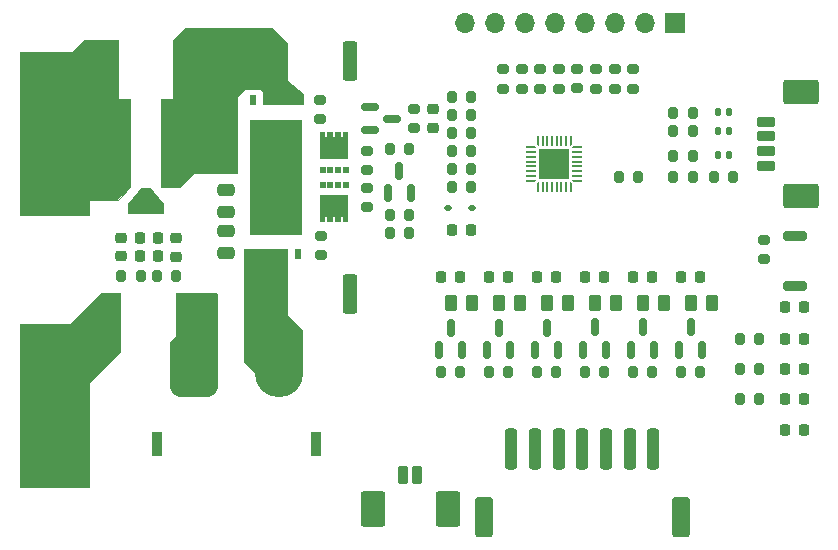
<source format=gbr>
%TF.GenerationSoftware,KiCad,Pcbnew,7.0.5*%
%TF.CreationDate,2023-06-27T23:48:29+08:00*%
%TF.ProjectId,BQ40Z80,42513430-5a38-4302-9e6b-696361645f70,rev?*%
%TF.SameCoordinates,Original*%
%TF.FileFunction,Soldermask,Top*%
%TF.FilePolarity,Negative*%
%FSLAX46Y46*%
G04 Gerber Fmt 4.6, Leading zero omitted, Abs format (unit mm)*
G04 Created by KiCad (PCBNEW 7.0.5) date 2023-06-27 23:48:29*
%MOMM*%
%LPD*%
G01*
G04 APERTURE LIST*
G04 Aperture macros list*
%AMRoundRect*
0 Rectangle with rounded corners*
0 $1 Rounding radius*
0 $2 $3 $4 $5 $6 $7 $8 $9 X,Y pos of 4 corners*
0 Add a 4 corners polygon primitive as box body*
4,1,4,$2,$3,$4,$5,$6,$7,$8,$9,$2,$3,0*
0 Add four circle primitives for the rounded corners*
1,1,$1+$1,$2,$3*
1,1,$1+$1,$4,$5*
1,1,$1+$1,$6,$7*
1,1,$1+$1,$8,$9*
0 Add four rect primitives between the rounded corners*
20,1,$1+$1,$2,$3,$4,$5,0*
20,1,$1+$1,$4,$5,$6,$7,0*
20,1,$1+$1,$6,$7,$8,$9,0*
20,1,$1+$1,$8,$9,$2,$3,0*%
%AMFreePoly0*
4,1,17,2.675000,1.605000,1.875000,1.605000,1.875000,0.935000,2.675000,0.935000,2.675000,0.335000,1.875000,0.335000,1.875000,-0.335000,2.675000,-0.335000,2.675000,-0.935000,1.875000,-0.935000,1.875000,-1.605000,2.675000,-1.605000,2.675000,-2.205000,-1.875000,-2.205000,-1.875000,2.205000,2.675000,2.205000,2.675000,1.605000,2.675000,1.605000,$1*%
%AMFreePoly1*
4,1,14,0.314644,0.085355,0.385355,0.014644,0.400000,-0.020711,0.400000,-0.050000,0.385355,-0.085355,0.350000,-0.100000,-0.350000,-0.100000,-0.385355,-0.085355,-0.400000,-0.050000,-0.400000,0.050000,-0.385355,0.085355,-0.350000,0.100000,0.279289,0.100000,0.314644,0.085355,0.314644,0.085355,$1*%
%AMFreePoly2*
4,1,14,0.385355,0.085355,0.400000,0.050000,0.400000,0.020711,0.385355,-0.014645,0.314644,-0.085355,0.279289,-0.100000,-0.350000,-0.100000,-0.385355,-0.085355,-0.400000,-0.050000,-0.400000,0.050000,-0.385355,0.085355,-0.350000,0.100000,0.350000,0.100000,0.385355,0.085355,0.385355,0.085355,$1*%
%AMFreePoly3*
4,1,14,0.085355,0.385355,0.100000,0.350000,0.100000,-0.350000,0.085355,-0.385355,0.050000,-0.400000,-0.050000,-0.400000,-0.085355,-0.385355,-0.100000,-0.350000,-0.100000,0.279289,-0.085355,0.314644,-0.014645,0.385355,0.020711,0.400000,0.050000,0.400000,0.085355,0.385355,0.085355,0.385355,$1*%
%AMFreePoly4*
4,1,14,0.014644,0.385355,0.085355,0.314644,0.100000,0.279289,0.100000,-0.350000,0.085355,-0.385355,0.050000,-0.400000,-0.050000,-0.400000,-0.085355,-0.385355,-0.100000,-0.350000,-0.100000,0.350000,-0.085355,0.385355,-0.050000,0.400000,-0.020711,0.400000,0.014644,0.385355,0.014644,0.385355,$1*%
%AMFreePoly5*
4,1,14,0.385355,0.085355,0.400000,0.050000,0.400000,-0.050000,0.385355,-0.085355,0.350000,-0.100000,-0.279289,-0.100000,-0.314645,-0.085355,-0.385355,-0.014644,-0.400000,0.020711,-0.400000,0.050000,-0.385355,0.085355,-0.350000,0.100000,0.350000,0.100000,0.385355,0.085355,0.385355,0.085355,$1*%
%AMFreePoly6*
4,1,14,0.385355,0.085355,0.400000,0.050000,0.400000,-0.050000,0.385355,-0.085355,0.350000,-0.100000,-0.350000,-0.100000,-0.385355,-0.085355,-0.400000,-0.050000,-0.400000,-0.020711,-0.385355,0.014644,-0.314645,0.085355,-0.279289,0.100000,0.350000,0.100000,0.385355,0.085355,0.385355,0.085355,$1*%
%AMFreePoly7*
4,1,14,0.085355,0.385355,0.100000,0.350000,0.100000,-0.279289,0.085355,-0.314645,0.014644,-0.385355,-0.020711,-0.400000,-0.050000,-0.400000,-0.085355,-0.385355,-0.100000,-0.350000,-0.100000,0.350000,-0.085355,0.385355,-0.050000,0.400000,0.050000,0.400000,0.085355,0.385355,0.085355,0.385355,$1*%
%AMFreePoly8*
4,1,14,0.085355,0.385355,0.100000,0.350000,0.100000,-0.350000,0.085355,-0.385355,0.050000,-0.400000,0.020711,-0.400000,-0.014645,-0.385355,-0.085355,-0.314644,-0.100000,-0.279289,-0.100000,0.350000,-0.085355,0.385355,-0.050000,0.400000,0.050000,0.400000,0.085355,0.385355,0.085355,0.385355,$1*%
%AMFreePoly9*
4,1,17,1.371000,0.720000,0.950000,0.720000,0.950000,0.580000,1.370000,0.580000,1.370000,0.080000,0.950000,0.080000,0.950000,-0.080000,1.370000,-0.080000,1.370000,-0.580000,0.950000,-0.580000,0.950000,-0.720000,1.370000,-0.720000,1.370000,-1.225000,-0.950000,-1.225000,-0.950000,1.225000,1.371000,1.225000,1.371000,0.720000,1.371000,0.720000,$1*%
%AMFreePoly10*
4,1,13,3.742426,0.742426,3.760000,0.700000,3.760000,-0.700000,3.742426,-0.742426,3.700000,-0.760000,-3.700000,-0.760000,-3.742426,-0.742426,-3.760000,-0.700000,-3.760000,0.700000,-3.742426,0.742426,-3.700000,0.760000,3.700000,0.760000,3.742426,0.742426,3.742426,0.742426,$1*%
%AMFreePoly11*
4,1,27,-0.306292,1.552250,-0.286916,1.546364,1.113084,0.396364,1.114550,0.393617,1.117426,0.392426,1.125176,0.373715,1.134713,0.355854,1.133808,0.352876,1.135000,0.350000,1.135000,-0.350000,1.133808,-0.352876,1.134713,-0.355854,1.125176,-0.373715,1.117426,-0.392426,1.114550,-0.393617,1.113084,-0.396364,-0.286916,-1.546364,-0.306292,-1.552250,-0.325000,-1.560000,-1.075000,-1.560000,
-1.117426,-1.542426,-1.135000,-1.500000,-1.135000,1.500000,-1.117426,1.542426,-1.075000,1.560000,-0.325000,1.560000,-0.306292,1.552250,-0.306292,1.552250,$1*%
G04 Aperture macros list end*
%ADD10C,0.000000*%
%ADD11C,0.100000*%
%ADD12RoundRect,0.200000X0.275000X-0.200000X0.275000X0.200000X-0.275000X0.200000X-0.275000X-0.200000X0*%
%ADD13R,6.000000X14.000000*%
%ADD14RoundRect,0.200000X0.200000X0.275000X-0.200000X0.275000X-0.200000X-0.275000X0.200000X-0.275000X0*%
%ADD15RoundRect,0.250000X-0.362500X-1.425000X0.362500X-1.425000X0.362500X1.425000X-0.362500X1.425000X0*%
%ADD16RoundRect,0.200000X-0.275000X0.200000X-0.275000X-0.200000X0.275000X-0.200000X0.275000X0.200000X0*%
%ADD17RoundRect,0.250000X-0.262500X-0.450000X0.262500X-0.450000X0.262500X0.450000X-0.262500X0.450000X0*%
%ADD18RoundRect,0.218750X-0.218750X-0.256250X0.218750X-0.256250X0.218750X0.256250X-0.218750X0.256250X0*%
%ADD19RoundRect,0.225000X-0.225000X-0.250000X0.225000X-0.250000X0.225000X0.250000X-0.225000X0.250000X0*%
%ADD20RoundRect,0.200000X0.600000X-0.200000X0.600000X0.200000X-0.600000X0.200000X-0.600000X-0.200000X0*%
%ADD21RoundRect,0.250001X1.249999X-0.799999X1.249999X0.799999X-1.249999X0.799999X-1.249999X-0.799999X0*%
%ADD22RoundRect,0.200000X-0.200000X-0.275000X0.200000X-0.275000X0.200000X0.275000X-0.200000X0.275000X0*%
%ADD23R,0.900000X2.000000*%
%ADD24RoundRect,1.025000X1.025000X1.025000X-1.025000X1.025000X-1.025000X-1.025000X1.025000X-1.025000X0*%
%ADD25C,4.100000*%
%ADD26RoundRect,0.147500X0.147500X0.172500X-0.147500X0.172500X-0.147500X-0.172500X0.147500X-0.172500X0*%
%ADD27RoundRect,0.225000X0.225000X0.250000X-0.225000X0.250000X-0.225000X-0.250000X0.225000X-0.250000X0*%
%ADD28RoundRect,0.150000X0.150000X-0.587500X0.150000X0.587500X-0.150000X0.587500X-0.150000X-0.587500X0*%
%ADD29FreePoly0,90.000000*%
%ADD30R,0.500000X0.850000*%
%ADD31FreePoly1,90.000000*%
%ADD32RoundRect,0.050000X0.050000X-0.350000X0.050000X0.350000X-0.050000X0.350000X-0.050000X-0.350000X0*%
%ADD33FreePoly2,90.000000*%
%ADD34FreePoly3,90.000000*%
%ADD35RoundRect,0.050000X0.350000X-0.050000X0.350000X0.050000X-0.350000X0.050000X-0.350000X-0.050000X0*%
%ADD36FreePoly4,90.000000*%
%ADD37FreePoly5,90.000000*%
%ADD38FreePoly6,90.000000*%
%ADD39FreePoly7,90.000000*%
%ADD40FreePoly8,90.000000*%
%ADD41R,2.650000X2.650000*%
%ADD42FreePoly0,270.000000*%
%ADD43RoundRect,0.200000X-0.800000X0.200000X-0.800000X-0.200000X0.800000X-0.200000X0.800000X0.200000X0*%
%ADD44R,0.500000X0.630000*%
%ADD45FreePoly9,90.000000*%
%ADD46RoundRect,0.200000X-0.200000X-0.600000X0.200000X-0.600000X0.200000X0.600000X-0.200000X0.600000X0*%
%ADD47RoundRect,0.250001X-0.799999X-1.249999X0.799999X-1.249999X0.799999X1.249999X-0.799999X1.249999X0*%
%ADD48R,1.700000X1.700000*%
%ADD49O,1.700000X1.700000*%
%ADD50FreePoly10,90.000000*%
%ADD51FreePoly11,90.000000*%
%ADD52RoundRect,0.112500X0.187500X0.112500X-0.187500X0.112500X-0.187500X-0.112500X0.187500X-0.112500X0*%
%ADD53RoundRect,0.225000X0.250000X-0.225000X0.250000X0.225000X-0.250000X0.225000X-0.250000X-0.225000X0*%
%ADD54RoundRect,0.250000X-0.475000X0.250000X-0.475000X-0.250000X0.475000X-0.250000X0.475000X0.250000X0*%
%ADD55FreePoly9,270.000000*%
%ADD56RoundRect,0.250000X-0.250000X-1.500000X0.250000X-1.500000X0.250000X1.500000X-0.250000X1.500000X0*%
%ADD57RoundRect,0.250001X-0.499999X-1.449999X0.499999X-1.449999X0.499999X1.449999X-0.499999X1.449999X0*%
%ADD58RoundRect,0.150000X-0.587500X-0.150000X0.587500X-0.150000X0.587500X0.150000X-0.587500X0.150000X0*%
%ADD59RoundRect,0.225000X-0.250000X0.225000X-0.250000X-0.225000X0.250000X-0.225000X0.250000X0.225000X0*%
%ADD60RoundRect,0.250000X0.362500X1.425000X-0.362500X1.425000X-0.362500X-1.425000X0.362500X-1.425000X0*%
G04 APERTURE END LIST*
D10*
G36*
X117297200Y-125069600D02*
G01*
X117297200Y-130683000D01*
X113207800Y-130683000D01*
X113207800Y-129108200D01*
X113741200Y-128574800D01*
X113741200Y-124968000D01*
X117195600Y-124968000D01*
X117297200Y-125069600D01*
G37*
G36*
X123178683Y-103823883D02*
G01*
X123181843Y-107000839D01*
X124510800Y-108067140D01*
X124510800Y-108991400D01*
X121107200Y-108991400D01*
X121107200Y-107899200D01*
X120929400Y-107721400D01*
X119583200Y-107721400D01*
X118948200Y-108356400D01*
X118948200Y-114884200D01*
X115265200Y-114884200D01*
X114122200Y-116027200D01*
X112420400Y-116027200D01*
X112420400Y-108483400D01*
X113487200Y-108483400D01*
X113487200Y-103530400D01*
X114477800Y-102539800D01*
X121894600Y-102539800D01*
X123178683Y-103823883D01*
G37*
G36*
X123164600Y-126771400D02*
G01*
X124485400Y-128092200D01*
X124485400Y-131699000D01*
X120396000Y-131699000D01*
X119456200Y-130759200D01*
X119456200Y-121259600D01*
X123164600Y-121259600D01*
X123164600Y-126771400D01*
G37*
G36*
X124383800Y-116306600D02*
G01*
X119964200Y-116306600D01*
X119964200Y-113995200D01*
X124383800Y-113995200D01*
X124383800Y-116306600D01*
G37*
G36*
X109042200Y-129971800D02*
G01*
X106451400Y-132562600D01*
X104825800Y-129971800D01*
X104698800Y-127609600D01*
X107340400Y-124968000D01*
X109042200Y-124968000D01*
X109042200Y-129971800D01*
G37*
D11*
X108788200Y-108508800D02*
X109829600Y-108508800D01*
X109855000Y-108534200D01*
X109855000Y-116001800D01*
X108788200Y-117068600D01*
X105003600Y-117068600D01*
X105003600Y-104470200D01*
X105968800Y-103505000D01*
X108788200Y-103505000D01*
X108788200Y-108508800D01*
G36*
X108788200Y-108508800D02*
G01*
X109829600Y-108508800D01*
X109855000Y-108534200D01*
X109855000Y-116001800D01*
X108788200Y-117068600D01*
X105003600Y-117068600D01*
X105003600Y-104470200D01*
X105968800Y-103505000D01*
X108788200Y-103505000D01*
X108788200Y-108508800D01*
G37*
D12*
%TO.C,R31*%
X141401800Y-107632000D03*
X141401800Y-105982000D03*
%TD*%
D13*
%TO.C,TP11*%
X103500000Y-134500000D03*
%TD*%
D14*
%TO.C,R28*%
X133453600Y-118317800D03*
X131803600Y-118317800D03*
%TD*%
D15*
%TO.C,R24*%
X108432600Y-126644400D03*
X114357600Y-126644400D03*
%TD*%
D16*
%TO.C,R14*%
X133858000Y-109347000D03*
X133858000Y-110997000D03*
%TD*%
D15*
%TO.C,R13*%
X108162500Y-105181400D03*
X114087500Y-105181400D03*
%TD*%
D17*
%TO.C,R2*%
X141024600Y-125751600D03*
X142849600Y-125751600D03*
%TD*%
D18*
%TO.C,D9*%
X165277800Y-136524200D03*
X166852800Y-136524200D03*
%TD*%
D19*
%TO.C,C12*%
X110629400Y-120319800D03*
X112179400Y-120319800D03*
%TD*%
D20*
%TO.C,J2*%
X163690600Y-114193800D03*
X163690600Y-112943800D03*
X163690600Y-111693800D03*
X163690600Y-110443800D03*
D21*
X166590600Y-116743800D03*
X166590600Y-107893800D03*
%TD*%
D22*
%TO.C,TH1*%
X151194000Y-115163600D03*
X152844000Y-115163600D03*
%TD*%
D19*
%TO.C,C4*%
X148377600Y-123567200D03*
X149927600Y-123567200D03*
%TD*%
D22*
%TO.C,R21*%
X137046200Y-109905800D03*
X138696200Y-109905800D03*
%TD*%
D16*
%TO.C,R46*%
X163499800Y-120434600D03*
X163499800Y-122084600D03*
%TD*%
D23*
%TO.C,J5*%
X125596600Y-137729200D03*
X112096600Y-137729200D03*
D24*
X115246600Y-131729200D03*
D25*
X122446600Y-131729200D03*
%TD*%
D26*
%TO.C,D3*%
X160530400Y-111226600D03*
X159560400Y-111226600D03*
%TD*%
D16*
%TO.C,R16*%
X125933200Y-108572800D03*
X125933200Y-110222800D03*
%TD*%
%TO.C,R23*%
X129895600Y-116038000D03*
X129895600Y-117688000D03*
%TD*%
D19*
%TO.C,C6*%
X156505600Y-123567200D03*
X158055600Y-123567200D03*
%TD*%
%TO.C,C3*%
X144313600Y-123567200D03*
X145863600Y-123567200D03*
%TD*%
D17*
%TO.C,R1*%
X136962500Y-125751600D03*
X138787500Y-125751600D03*
%TD*%
D26*
%TO.C,D2*%
X160530400Y-113284000D03*
X159560400Y-113284000D03*
%TD*%
D19*
%TO.C,C13*%
X110629400Y-121843800D03*
X112179400Y-121843800D03*
%TD*%
D27*
%TO.C,C8*%
X138659200Y-119608600D03*
X137109200Y-119608600D03*
%TD*%
D28*
%TO.C,Q11*%
X131678600Y-116459000D03*
X133578600Y-116459000D03*
X132628600Y-114584000D03*
%TD*%
D26*
%TO.C,D4*%
X160530400Y-109651800D03*
X159560400Y-109651800D03*
%TD*%
D22*
%TO.C,R42*%
X155816800Y-109677200D03*
X157466800Y-109677200D03*
%TD*%
D28*
%TO.C,Q2*%
X140074600Y-129762500D03*
X141974600Y-129762500D03*
X141024600Y-127887500D03*
%TD*%
D17*
%TO.C,R5*%
X153218500Y-125751600D03*
X155043500Y-125751600D03*
%TD*%
D29*
%TO.C,Q12*%
X122174000Y-118129800D03*
D30*
X120269000Y-121679800D03*
X121539000Y-121679800D03*
X122809000Y-121679800D03*
X124079000Y-121679800D03*
%TD*%
D28*
%TO.C,Q4*%
X148202600Y-129737100D03*
X150102600Y-129737100D03*
X149152600Y-127862100D03*
%TD*%
D31*
%TO.C,U1*%
X144344800Y-115970200D03*
D32*
X144744800Y-115970200D03*
X145144800Y-115970200D03*
X145544800Y-115970200D03*
X145944800Y-115970200D03*
X146344800Y-115970200D03*
X146744800Y-115970200D03*
D33*
X147144800Y-115970200D03*
D34*
X147694800Y-115420200D03*
D35*
X147694800Y-115020200D03*
X147694800Y-114620200D03*
X147694800Y-114220200D03*
X147694800Y-113820200D03*
X147694800Y-113420200D03*
X147694800Y-113020200D03*
D36*
X147694800Y-112620200D03*
D37*
X147144800Y-112070200D03*
D32*
X146744800Y-112070200D03*
X146344800Y-112070200D03*
X145944800Y-112070200D03*
X145544800Y-112070200D03*
X145144800Y-112070200D03*
X144744800Y-112070200D03*
D38*
X144344800Y-112070200D03*
D39*
X143794800Y-112620200D03*
D35*
X143794800Y-113020200D03*
X143794800Y-113420200D03*
X143794800Y-113820200D03*
X143794800Y-114220200D03*
X143794800Y-114620200D03*
X143794800Y-115020200D03*
D40*
X143794800Y-115420200D03*
D41*
X145744800Y-114020200D03*
%TD*%
D14*
%TO.C,R47*%
X133453600Y-119892600D03*
X131803600Y-119892600D03*
%TD*%
D22*
%TO.C,R26*%
X112090200Y-123520200D03*
X113740200Y-123520200D03*
%TD*%
D42*
%TO.C,Q8*%
X122174000Y-112156000D03*
D30*
X124079000Y-108606000D03*
X122809000Y-108606000D03*
X121539000Y-108606000D03*
X120269000Y-108606000D03*
%TD*%
D18*
%TO.C,D8*%
X165277800Y-133934200D03*
X166852800Y-133934200D03*
%TD*%
D28*
%TO.C,Q1*%
X136010600Y-129762500D03*
X137910600Y-129762500D03*
X136960600Y-127887500D03*
%TD*%
D22*
%TO.C,R15*%
X137046200Y-108381800D03*
X138696200Y-108381800D03*
%TD*%
D43*
%TO.C,SW1*%
X166090600Y-120150200D03*
X166090600Y-124350200D03*
%TD*%
D12*
%TO.C,R30*%
X125958600Y-121729000D03*
X125958600Y-120079000D03*
%TD*%
D22*
%TO.C,R38*%
X159220400Y-115163600D03*
X160870400Y-115163600D03*
%TD*%
D44*
%TO.C,Q9*%
X126132000Y-114507000D03*
X126772000Y-114507000D03*
X127432000Y-114507000D03*
X128072000Y-114507000D03*
D45*
X127102000Y-112682000D03*
%TD*%
D46*
%TO.C,J1*%
X132902800Y-140373400D03*
X134152800Y-140373400D03*
D47*
X130352800Y-143273400D03*
X136702800Y-143273400D03*
%TD*%
D19*
%TO.C,C5*%
X152441600Y-123567200D03*
X153991600Y-123567200D03*
%TD*%
D22*
%TO.C,R41*%
X155816800Y-111252000D03*
X157466800Y-111252000D03*
%TD*%
D12*
%TO.C,R40*%
X152425400Y-107658400D03*
X152425400Y-106008400D03*
%TD*%
D14*
%TO.C,R10*%
X149977600Y-131593600D03*
X148327600Y-131593600D03*
%TD*%
D13*
%TO.C,TP1*%
X103500000Y-111500000D03*
%TD*%
D14*
%TO.C,R8*%
X141849600Y-131593600D03*
X140199600Y-131593600D03*
%TD*%
D22*
%TO.C,R49*%
X137046200Y-111429800D03*
X138696200Y-111429800D03*
%TD*%
D18*
%TO.C,D7*%
X165277700Y-131419600D03*
X166852700Y-131419600D03*
%TD*%
D14*
%TO.C,R25*%
X133463800Y-112750600D03*
X131813800Y-112750600D03*
%TD*%
D48*
%TO.C,J4*%
X155981400Y-102108000D03*
D49*
X153441400Y-102108000D03*
X150901400Y-102108000D03*
X148361400Y-102108000D03*
X145821400Y-102108000D03*
X143281400Y-102108000D03*
X140741400Y-102108000D03*
X138201400Y-102108000D03*
%TD*%
D50*
%TO.C,F1*%
X109082400Y-112268400D03*
D51*
X111132400Y-117144400D03*
D50*
X113182400Y-112268400D03*
%TD*%
D12*
%TO.C,R36*%
X147701000Y-107619800D03*
X147701000Y-105969800D03*
%TD*%
D52*
%TO.C,D1*%
X138811000Y-117779800D03*
X136711000Y-117779800D03*
%TD*%
D12*
%TO.C,R33*%
X144551400Y-107632000D03*
X144551400Y-105982000D03*
%TD*%
D22*
%TO.C,R45*%
X161443400Y-133878800D03*
X163093400Y-133878800D03*
%TD*%
D19*
%TO.C,C2*%
X140249600Y-123567200D03*
X141799600Y-123567200D03*
%TD*%
D14*
%TO.C,R11*%
X154041600Y-131593600D03*
X152391600Y-131593600D03*
%TD*%
D53*
%TO.C,C10*%
X109041200Y-121831400D03*
X109041200Y-120281400D03*
%TD*%
D12*
%TO.C,R39*%
X149275800Y-107645200D03*
X149275800Y-105995200D03*
%TD*%
D19*
%TO.C,C1*%
X136185600Y-123567200D03*
X137735600Y-123567200D03*
%TD*%
D22*
%TO.C,R35*%
X155816800Y-113309400D03*
X157466800Y-113309400D03*
%TD*%
D18*
%TO.C,D5*%
X165277800Y-126164200D03*
X166852800Y-126164200D03*
%TD*%
D14*
%TO.C,R12*%
X158105600Y-131593600D03*
X156455600Y-131593600D03*
%TD*%
D18*
%TO.C,D6*%
X165277700Y-128855800D03*
X166852700Y-128855800D03*
%TD*%
D14*
%TO.C,R7*%
X137785600Y-131593600D03*
X136135600Y-131593600D03*
%TD*%
D53*
%TO.C,C14*%
X113740200Y-121856800D03*
X113740200Y-120306800D03*
%TD*%
D14*
%TO.C,R22*%
X110718600Y-123520200D03*
X109068600Y-123520200D03*
%TD*%
D28*
%TO.C,Q6*%
X156330600Y-129737100D03*
X158230600Y-129737100D03*
X157280600Y-127862100D03*
%TD*%
D15*
%TO.C,R17*%
X122538900Y-105333800D03*
X128463900Y-105333800D03*
%TD*%
D12*
%TO.C,R37*%
X146126200Y-107632000D03*
X146126200Y-105982000D03*
%TD*%
D22*
%TO.C,R19*%
X137059200Y-114477800D03*
X138709200Y-114477800D03*
%TD*%
%TO.C,R18*%
X137059200Y-116001800D03*
X138709200Y-116001800D03*
%TD*%
%TO.C,R48*%
X155803600Y-115163600D03*
X157453600Y-115163600D03*
%TD*%
D12*
%TO.C,R34*%
X150850600Y-107658400D03*
X150850600Y-106008400D03*
%TD*%
D17*
%TO.C,R3*%
X145090500Y-125751600D03*
X146915500Y-125751600D03*
%TD*%
D22*
%TO.C,R27*%
X137046200Y-112953800D03*
X138696200Y-112953800D03*
%TD*%
D28*
%TO.C,Q5*%
X152266600Y-129737100D03*
X154166600Y-129737100D03*
X153216600Y-127862100D03*
%TD*%
D14*
%TO.C,R9*%
X145913600Y-131593600D03*
X144263600Y-131593600D03*
%TD*%
D54*
%TO.C,C11*%
X117932200Y-119659400D03*
X117932200Y-121559400D03*
%TD*%
D44*
%TO.C,Q10*%
X128076400Y-115773200D03*
X127436400Y-115773200D03*
X126776400Y-115773200D03*
X126136400Y-115773200D03*
D55*
X127106400Y-117598200D03*
%TD*%
D54*
%TO.C,C9*%
X117932200Y-116194800D03*
X117932200Y-118094800D03*
%TD*%
D56*
%TO.C,J3*%
X142107400Y-138145400D03*
X144107400Y-138145400D03*
X146107400Y-138145400D03*
X148107400Y-138145400D03*
X150107400Y-138145400D03*
X152107400Y-138145400D03*
X154107400Y-138145400D03*
D57*
X139757400Y-143895400D03*
X156457400Y-143895400D03*
%TD*%
D28*
%TO.C,Q3*%
X144138600Y-129762500D03*
X146038600Y-129762500D03*
X145088600Y-127887500D03*
%TD*%
D58*
%TO.C,Q7*%
X130149600Y-109237200D03*
X130149600Y-111137200D03*
X132024600Y-110187200D03*
%TD*%
D16*
%TO.C,R20*%
X129895600Y-112914800D03*
X129895600Y-114564800D03*
%TD*%
D22*
%TO.C,R43*%
X161443400Y-128858800D03*
X163093400Y-128858800D03*
%TD*%
D17*
%TO.C,R6*%
X157282500Y-125751600D03*
X159107500Y-125751600D03*
%TD*%
%TO.C,R4*%
X149154500Y-125751600D03*
X150979500Y-125751600D03*
%TD*%
D22*
%TO.C,R44*%
X161443400Y-131368800D03*
X163093400Y-131368800D03*
%TD*%
D12*
%TO.C,R32*%
X142976600Y-107632000D03*
X142976600Y-105982000D03*
%TD*%
D59*
%TO.C,C7*%
X135435100Y-109407200D03*
X135435100Y-110957200D03*
%TD*%
D60*
%TO.C,R29*%
X128463900Y-125044200D03*
X122538900Y-125044200D03*
%TD*%
M02*

</source>
